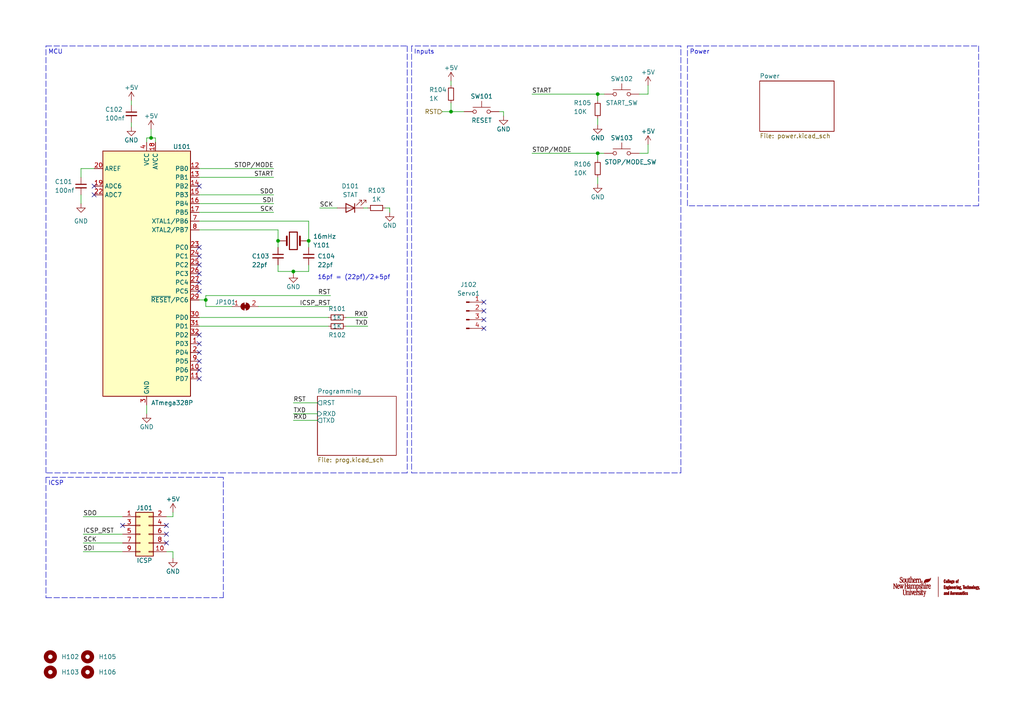
<source format=kicad_sch>
(kicad_sch (version 20211123) (generator eeschema)
  (paper "A4")
  (title_block (title "VTOL Board") (date "${ISSUE}") (rev "${REVISION}") (company "SNHU") (comment 4 "Release: ${FULL_REVISION}"))
  (lib_symbols
    (symbol "Connector:Conn_01x04_Male" (pin_names (offset 1.016) hide)
      (property "Reference" "J" (at 0 5.08 0))
      (property "Value" "Conn_01x04_Male" (at 0 -7.62 0))
      (symbol "Conn_01x04_Male_1_1"
        (pin passive line (at 5.08 2.54 180) (length 3.81) (name "Pin_1") (number "1"))
        (pin passive line (at 5.08 0 180) (length 3.81) (name "Pin_2") (number "2"))
        (pin passive line (at 5.08 -2.54 180) (length 3.81) (name "Pin_3") (number "3"))
        (pin passive line (at 5.08 -5.08 180) (length 3.81) (name "Pin_4") (number "4"))
      )
    )
    (symbol "Connector_Generic:Conn_02x05_Odd_Even" (pin_names (offset 1.016) hide)
      (property "Reference" "J" (at 1.27 7.62 0))
      (property "Value" "Conn_02x05_Odd_Even" (at 1.27 -7.62 0))
      (symbol "Conn_02x05_Odd_Even_1_1"
        (pin passive line (at -5.08 5.08 0) (length 3.81) (name "Pin_1") (number "1"))
        (pin passive line (at 7.62 -5.08 180) (length 3.81) (name "Pin_10") (number "10"))
        (pin passive line (at 7.62 5.08 180) (length 3.81) (name "Pin_2") (number "2"))
        (pin passive line (at -5.08 2.54 0) (length 3.81) (name "Pin_3") (number "3"))
        (pin passive line (at 7.62 2.54 180) (length 3.81) (name "Pin_4") (number "4"))
        (pin passive line (at -5.08 0 0) (length 3.81) (name "Pin_5") (number "5"))
        (pin passive line (at 7.62 0 180) (length 3.81) (name "Pin_6") (number "6"))
        (pin passive line (at -5.08 -2.54 0) (length 3.81) (name "Pin_7") (number "7"))
        (pin passive line (at 7.62 -2.54 180) (length 3.81) (name "Pin_8") (number "8"))
        (pin passive line (at -5.08 -5.08 0) (length 3.81) (name "Pin_9") (number "9"))
      )
    )
    (symbol "Device:C_Small" (pin_numbers hide) (pin_names (offset 0.254) hide)
      (property "Reference" "C" (at 0.254 1.778 0))
      (property "Value" "C_Small" (at 0.254 -2.032 0))
      (symbol "C_Small_1_1"
        (pin passive line (at 0 2.54 270) (length 2.032) (name "~") (number "1"))
        (pin passive line (at 0 -2.54 90) (length 2.032) (name "~") (number "2"))
      )
    )
    (symbol "Device:Crystal" (pin_numbers hide) (pin_names (offset 1.016) hide)
      (property "Reference" "Y" (at 0 3.81 0))
      (property "Value" "Crystal" (at 0 -3.81 0))
      (symbol "Crystal_1_1"
        (pin passive line (at -3.81 0 0) (length 1.27) (name "1") (number "1"))
        (pin passive line (at 3.81 0 180) (length 1.27) (name "2") (number "2"))
      )
    )
    (symbol "Device:LED" (pin_numbers hide) (pin_names (offset 1.016) hide)
      (property "Reference" "D" (at 0 2.54 0))
      (property "Value" "LED" (at 0 -2.54 0))
      (symbol "LED_1_1"
        (pin passive line (at -3.81 0 0) (length 2.54) (name "K") (number "1"))
        (pin passive line (at 3.81 0 180) (length 2.54) (name "A") (number "2"))
      )
    )
    (symbol "Device:R_Small" (pin_numbers hide) (pin_names (offset 0.254) hide)
      (property "Reference" "R" (at 0.762 0.508 0))
      (property "Value" "R_Small" (at 0.762 -1.016 0))
      (symbol "R_Small_1_1"
        (pin passive line (at 0 2.54 270) (length 0.762) (name "~") (number "1"))
        (pin passive line (at 0 -2.54 90) (length 0.762) (name "~") (number "2"))
      )
    )
    (symbol "Jumper:SolderJumper_2_Bridged" (pin_names (offset 0) hide)
      (property "Reference" "JP" (at 0 2.032 0))
      (property "Value" "SolderJumper_2_Bridged" (at 0 -2.54 0))
      (symbol "SolderJumper_2_Bridged_1_1"
        (pin passive line (at -3.81 0 0) (length 2.54) (name "A") (number "1"))
        (pin passive line (at 3.81 0 180) (length 2.54) (name "B") (number "2"))
      )
    )
    (symbol "KenwoodFox:SNHU_CETA_LOGO" (pin_names (offset 1.016)))
    (symbol "MCU_Microchip_ATmega:ATmega328P-A"
      (property "Reference" "U" (at -12.7 36.83 0))
      (property "Value" "ATmega328P-A" (at 2.54 -36.83 0))
      (symbol "ATmega328P-A_1_1"
        (pin bidirectional line (at 15.24 -20.32 180) (length 2.54) (name "PD3") (number "1"))
        (pin bidirectional line (at 15.24 -27.94 180) (length 2.54) (name "PD6") (number "10"))
        (pin bidirectional line (at 15.24 -30.48 180) (length 2.54) (name "PD7") (number "11"))
        (pin bidirectional line (at 15.24 30.48 180) (length 2.54) (name "PB0") (number "12"))
        (pin bidirectional line (at 15.24 27.94 180) (length 2.54) (name "PB1") (number "13"))
        (pin bidirectional line (at 15.24 25.4 180) (length 2.54) (name "PB2") (number "14"))
        (pin bidirectional line (at 15.24 22.86 180) (length 2.54) (name "PB3") (number "15"))
        (pin bidirectional line (at 15.24 20.32 180) (length 2.54) (name "PB4") (number "16"))
        (pin bidirectional line (at 15.24 17.78 180) (length 2.54) (name "PB5") (number "17"))
        (pin power_in line (at 2.54 38.1 270) (length 2.54) (name "AVCC") (number "18"))
        (pin input line (at -15.24 25.4 0) (length 2.54) (name "ADC6") (number "19"))
        (pin bidirectional line (at 15.24 -22.86 180) (length 2.54) (name "PD4") (number "2"))
        (pin passive line (at -15.24 30.48 0) (length 2.54) (name "AREF") (number "20"))
        (pin passive line (at 0 -38.1 90) (length 2.54) hide (name "GND") (number "21"))
        (pin input line (at -15.24 22.86 0) (length 2.54) (name "ADC7") (number "22"))
        (pin bidirectional line (at 15.24 7.62 180) (length 2.54) (name "PC0") (number "23"))
        (pin bidirectional line (at 15.24 5.08 180) (length 2.54) (name "PC1") (number "24"))
        (pin bidirectional line (at 15.24 2.54 180) (length 2.54) (name "PC2") (number "25"))
        (pin bidirectional line (at 15.24 0 180) (length 2.54) (name "PC3") (number "26"))
        (pin bidirectional line (at 15.24 -2.54 180) (length 2.54) (name "PC4") (number "27"))
        (pin bidirectional line (at 15.24 -5.08 180) (length 2.54) (name "PC5") (number "28"))
        (pin bidirectional line (at 15.24 -7.62 180) (length 2.54) (name "~{RESET}/PC6") (number "29"))
        (pin power_in line (at 0 -38.1 90) (length 2.54) (name "GND") (number "3"))
        (pin bidirectional line (at 15.24 -12.7 180) (length 2.54) (name "PD0") (number "30"))
        (pin bidirectional line (at 15.24 -15.24 180) (length 2.54) (name "PD1") (number "31"))
        (pin bidirectional line (at 15.24 -17.78 180) (length 2.54) (name "PD2") (number "32"))
        (pin power_in line (at 0 38.1 270) (length 2.54) (name "VCC") (number "4"))
        (pin passive line (at 0 -38.1 90) (length 2.54) hide (name "GND") (number "5"))
        (pin passive line (at 0 38.1 270) (length 2.54) hide (name "VCC") (number "6"))
        (pin bidirectional line (at 15.24 15.24 180) (length 2.54) (name "XTAL1/PB6") (number "7"))
        (pin bidirectional line (at 15.24 12.7 180) (length 2.54) (name "XTAL2/PB7") (number "8"))
        (pin bidirectional line (at 15.24 -25.4 180) (length 2.54) (name "PD5") (number "9"))
      )
    )
    (symbol "Mechanical:MountingHole" (pin_names (offset 1.016))
      (property "Reference" "H" (at 0 5.08 0))
      (property "Value" "MountingHole" (at 0 3.175 0))
    )
    (symbol "Switch:SW_Push" (pin_numbers hide) (pin_names (offset 1.016) hide)
      (property "Reference" "SW" (at 1.27 2.54 0))
      (property "Value" "SW_Push" (at 0 -1.524 0))
      (symbol "SW_Push_0_1"
        (pin passive line (at -5.08 0 0) (length 2.54) (name "1") (number "1"))
        (pin passive line (at 5.08 0 180) (length 2.54) (name "2") (number "2"))
      )
    )
    (symbol "power:+5V" (power) (pin_names (offset 0))
      (property "Value" "+5V" (at 0 3.556 0))
      (symbol "+5V_1_1"
        (pin power_in line (at 0 0 90) (length 0) hide (name "+5V") (number "1"))
      )
    )
    (symbol "power:GND" (power) (pin_names (offset 0))
      (property "Value" "GND" (at 0 -3.81 0))
      (symbol "GND_1_1"
        (pin power_in line (at 0 0 270) (length 0) hide (name "GND") (number "1"))
      )
    )
  )
  (junction (at 173.355 27.305))
  (junction (at 130.81 32.385))
  (junction (at 59.69 86.995))
  (junction (at 89.535 69.85))
  (junction (at 85.09 78.74))
  (junction (at 173.355 44.45))
  (junction (at 43.815 40.005))
  (junction (at 80.645 69.85))
  (no_connect (at 57.785 107.315))
  (no_connect (at 57.785 99.695))
  (no_connect (at 140.335 87.63))
  (no_connect (at 57.785 74.295))
  (no_connect (at 27.305 56.515))
  (no_connect (at 57.785 76.835))
  (no_connect (at 57.785 81.915))
  (no_connect (at 57.785 102.235))
  (no_connect (at 57.785 97.155))
  (no_connect (at 35.56 152.4))
  (no_connect (at 57.785 71.755))
  (no_connect (at 57.785 104.775))
  (no_connect (at 27.305 53.975))
  (no_connect (at 57.785 53.975))
  (no_connect (at 48.26 157.48))
  (no_connect (at 140.335 95.25))
  (no_connect (at 140.335 90.17))
  (no_connect (at 140.335 92.71))
  (no_connect (at 57.785 79.375))
  (no_connect (at 57.785 84.455))
  (no_connect (at 48.26 152.4))
  (no_connect (at 48.26 154.94))
  (no_connect (at 57.785 109.855))
  (polyline (pts (xy 199.39 59.69) (xy 199.39 13.335)))
  (wire (pts (xy 57.785 61.595) (xy 79.375 61.595)))
  (wire (pts (xy 130.81 32.385) (xy 128.27 32.385)))
  (wire (pts (xy 89.535 78.74) (xy 89.535 76.835)))
  (wire (pts (xy 105.41 60.325) (xy 106.68 60.325)))
  (wire (pts (xy 92.71 60.325) (xy 97.79 60.325)))
  (wire (pts (xy 113.03 60.325) (xy 111.76 60.325)))
  (wire (pts (xy 173.355 27.305) (xy 173.355 29.21)))
  (wire (pts (xy 80.645 66.675) (xy 80.645 69.85)))
  (wire (pts (xy 42.545 40.005) (xy 42.545 41.275)))
  (wire (pts (xy 85.09 120.015) (xy 92.075 120.015)))
  (polyline (pts (xy 13.335 173.355) (xy 64.77 173.355)))
  (wire (pts (xy 57.785 92.075) (xy 95.25 92.075)))
  (wire (pts (xy 89.535 69.85) (xy 89.535 71.755)))
  (wire (pts (xy 57.785 64.135) (xy 89.535 64.135)))
  (wire (pts (xy 24.13 157.48) (xy 35.56 157.48)))
  (wire (pts (xy 59.69 86.995) (xy 57.785 86.995)))
  (wire (pts (xy 85.09 116.84) (xy 92.075 116.84)))
  (polyline (pts (xy 199.39 13.335) (xy 283.845 13.335)))
  (wire (pts (xy 88.9 69.85) (xy 89.535 69.85)))
  (wire (pts (xy 57.785 56.515) (xy 79.375 56.515)))
  (polyline (pts (xy 13.335 137.16) (xy 13.335 13.335)))
  (wire (pts (xy 146.05 32.385) (xy 144.78 32.385)))
  (wire (pts (xy 154.305 44.45) (xy 173.355 44.45)))
  (polyline (pts (xy 64.77 173.355) (xy 64.77 138.43)))
  (wire (pts (xy 38.1 29.21) (xy 38.1 30.48)))
  (wire (pts (xy 80.645 69.85) (xy 80.645 71.755)))
  (wire (pts (xy 187.96 41.91) (xy 187.96 44.45)))
  (wire (pts (xy 187.96 24.765) (xy 187.96 27.305)))
  (wire (pts (xy 23.495 48.895) (xy 23.495 51.435)))
  (wire (pts (xy 154.305 27.305) (xy 173.355 27.305)))
  (wire (pts (xy 38.1 35.56) (xy 38.1 36.83)))
  (polyline (pts (xy 64.77 138.43) (xy 13.335 138.43)))
  (wire (pts (xy 146.05 33.655) (xy 146.05 32.385)))
  (wire (pts (xy 173.355 34.29) (xy 173.355 36.195)))
  (polyline (pts (xy 197.485 137.16) (xy 197.485 13.335)))
  (wire (pts (xy 187.96 27.305) (xy 185.42 27.305)))
  (wire (pts (xy 187.96 44.45) (xy 185.42 44.45)))
  (polyline (pts (xy 283.845 59.69) (xy 199.39 59.69)))
  (wire (pts (xy 57.785 59.055) (xy 79.375 59.055)))
  (wire (pts (xy 173.355 51.435) (xy 173.355 53.34)))
  (polyline (pts (xy 13.335 13.335) (xy 118.11 13.335)))
  (polyline (pts (xy 13.335 138.43) (xy 13.335 173.355)))
  (wire (pts (xy 45.085 41.275) (xy 45.085 40.005)))
  (wire (pts (xy 100.33 94.615) (xy 106.68 94.615)))
  (wire (pts (xy 130.81 23.495) (xy 130.81 24.765)))
  (wire (pts (xy 50.165 149.86) (xy 50.165 148.59)))
  (wire (pts (xy 95.885 85.725) (xy 59.69 85.725)))
  (wire (pts (xy 48.26 160.02) (xy 50.165 160.02)))
  (wire (pts (xy 85.09 121.92) (xy 92.075 121.92)))
  (wire (pts (xy 80.645 69.85) (xy 81.28 69.85)))
  (wire (pts (xy 173.355 44.45) (xy 175.26 44.45)))
  (wire (pts (xy 43.815 40.005) (xy 42.545 40.005)))
  (wire (pts (xy 23.495 56.515) (xy 23.495 59.055)))
  (wire (pts (xy 173.355 44.45) (xy 173.355 46.355)))
  (wire (pts (xy 130.81 32.385) (xy 130.81 29.845)))
  (wire (pts (xy 80.645 76.835) (xy 80.645 78.74)))
  (wire (pts (xy 85.09 78.74) (xy 85.09 79.375)))
  (wire (pts (xy 74.93 88.9) (xy 95.885 88.9)))
  (wire (pts (xy 173.355 27.305) (xy 175.26 27.305)))
  (wire (pts (xy 80.645 78.74) (xy 85.09 78.74)))
  (polyline (pts (xy 118.11 137.16) (xy 13.335 137.16)))
  (polyline (pts (xy 118.11 13.335) (xy 118.11 137.16)))
  (wire (pts (xy 57.785 51.435) (xy 79.375 51.435)))
  (wire (pts (xy 42.545 117.475) (xy 42.545 120.015)))
  (wire (pts (xy 59.69 86.995) (xy 59.69 88.9)))
  (polyline (pts (xy 119.38 137.16) (xy 197.485 137.16)))
  (wire (pts (xy 85.09 78.74) (xy 89.535 78.74)))
  (wire (pts (xy 45.085 40.005) (xy 43.815 40.005)))
  (wire (pts (xy 48.26 149.86) (xy 50.165 149.86)))
  (wire (pts (xy 79.375 48.895) (xy 57.785 48.895)))
  (wire (pts (xy 43.815 37.465) (xy 43.815 40.005)))
  (polyline (pts (xy 119.38 13.335) (xy 119.38 137.16)))
  (wire (pts (xy 89.535 69.85) (xy 89.535 64.135)))
  (polyline (pts (xy 197.485 13.335) (xy 119.38 13.335)))
  (polyline (pts (xy 283.845 13.335) (xy 283.845 59.69)))
  (wire (pts (xy 57.785 94.615) (xy 95.25 94.615)))
  (wire (pts (xy 113.03 61.595) (xy 113.03 60.325)))
  (wire (pts (xy 59.69 85.725) (xy 59.69 86.995)))
  (wire (pts (xy 24.13 154.94) (xy 35.56 154.94)))
  (wire (pts (xy 27.305 48.895) (xy 23.495 48.895)))
  (wire (pts (xy 134.62 32.385) (xy 130.81 32.385)))
  (wire (pts (xy 24.13 160.02) (xy 35.56 160.02)))
  (wire (pts (xy 59.69 88.9) (xy 67.31 88.9)))
  (wire (pts (xy 50.165 160.02) (xy 50.165 161.925)))
  (wire (pts (xy 57.785 66.675) (xy 80.645 66.675)))
  (wire (pts (xy 100.33 92.075) (xy 106.68 92.075)))
  (wire (pts (xy 24.13 149.86) (xy 35.56 149.86)))
  (text "Power" (at 200.025 15.875 0) (effects (font (size 1.27 1.27)) (justify left bottom)))
  (text "ICSP" (at 13.97 140.97 0) (effects (font (size 1.27 1.27)) (justify left bottom)))
  (text "Inputs" (at 120.015 15.875 0) (effects (font (size 1.27 1.27)) (justify left bottom)))
  (text "16pf = (22pf)/2+5pf" (at 92.075 81.28 0) (effects (font (size 1.27 1.27)) (justify left bottom)))
  (text "MCU" (at 13.97 15.875 0) (effects (font (size 1.27 1.27)) (justify left bottom)))
  (label "SDO" (at 24.13 149.86 0))
  (label "SDO" (at 79.375 56.515 180))
  (label "START" (at 154.305 27.305 0))
  (label "ICSP_RST" (at 95.885 88.9 180))
  (label "SCK" (at 79.375 61.595 180))
  (label "TXD" (at 106.68 94.615 180))
  (label "ICSP_RST" (at 24.13 154.94 0))
  (label "STOP{slash}MODE" (at 79.375 48.895 180))
  (label "STOP{slash}MODE" (at 154.305 44.45 0))
  (label "START" (at 79.375 51.435 180))
  (label "SCK" (at 24.13 157.48 0))
  (label "SCK" (at 92.71 60.325 0))
  (label "RST" (at 95.885 85.725 180))
  (label "RXD" (at 85.09 121.92 0))
  (label "SDI" (at 24.13 160.02 0))
  (label "SDI" (at 79.375 59.055 180))
  (label "TXD" (at 85.09 120.015 0))
  (label "RST" (at 85.09 116.84 0))
  (label "RXD" (at 106.68 92.075 180))
  (hierarchical_label "RST" (shape input) (at 128.27 32.385 180))
  (symbol (lib_id "power:GND") (at 173.355 36.195 0) (unit 1)
    (property "Reference" "#PWR0132" (effects hide))
    (property "Value" "GND" (at 173.355 40.005 0))
  )
  (symbol (lib_id "power:+5V") (at 38.1 29.21 0) (unit 1)
    (property "Reference" "#PWR0137" (effects hide))
    (property "Value" "+5V" (at 38.1 25.4 0))
  )
  (symbol (lib_id "Device:C_Small") (at 38.1 33.02 0) (unit 1)
    (property "Reference" "C102" (at 30.48 31.75 0) (effects (justify left)))
    (property "Value" "100nf" (at 30.48 34.29 0) (effects (justify left)))
    (property "Footprint" "Capacitor_SMD:C_0805_2012Metric" (effects hide))
  )
  (symbol (lib_id "KenwoodFox:SNHU_CETA_LOGO") (at 271.78 170.18 0) (unit 1)
    (property "Reference" "#SNHU_CETA_LOGO101" (effects hide))
    (property "Value" "SNHU_CETA_LOGO" (effects hide))
  )
  (symbol (lib_id "power:+5V") (at 187.96 41.91 0) (unit 1)
    (property "Reference" "#PWR0131" (effects hide))
    (property "Value" "+5V" (at 187.96 38.1 0))
  )
  (symbol (lib_id "Device:C_Small") (at 23.495 53.975 0) (unit 1)
    (property "Reference" "C101" (at 15.875 52.705 0) (effects (justify left)))
    (property "Value" "100nf" (at 15.875 55.245 0) (effects (justify left)))
    (property "Footprint" "Capacitor_SMD:C_0805_2012Metric" (effects hide))
  )
  (symbol (lib_id "Device:R_Small") (at 97.79 92.075 90) (unit 1)
    (property "Reference" "R101" (at 97.79 89.535 90))
    (property "Value" "1K" (at 97.79 92.075 90))
    (property "Footprint" "Resistor_SMD:R_0805_2012Metric" (effects hide))
  )
  (symbol (lib_id "Jumper:SolderJumper_2_Bridged") (at 71.12 88.9 0) (unit 1)
    (property "Reference" "JP101" (at 65.405 87.63 0))
    (property "Value" "RSTBridge" (effects hide))
    (property "Footprint" "Jumper:SolderJumper-2_P1.3mm_Bridged_Pad1.0x1.5mm" (effects hide))
  )
  (symbol (lib_id "power:+5V") (at 187.96 24.765 0) (unit 1)
    (property "Reference" "#PWR0104" (effects hide))
    (property "Value" "+5V" (at 187.96 20.955 0))
  )
  (symbol (lib_id "Mechanical:MountingHole") (at 25.4 190.5 0) (unit 1)
    (property "Reference" "H105" (at 28.575 190.4999 0) (effects (justify left)))
    (property "Value" "PiMountingHole" (effects hide))
    (property "Footprint" "MountingHole:MountingHole_2.7mm" (effects hide))
  )
  (symbol (lib_id "Device:R_Small") (at 109.22 60.325 270) (unit 1)
    (property "Reference" "R103" (at 109.22 55.245 90))
    (property "Value" "1K" (at 109.22 57.785 90))
    (property "Footprint" "Resistor_SMD:R_0805_2012Metric" (effects hide))
  )
  (symbol (lib_id "Device:C_Small") (at 80.645 74.295 0) (unit 1)
    (property "Reference" "C103" (at 73.025 74.295 0) (effects (justify left)))
    (property "Value" "22pf" (at 73.025 76.835 0) (effects (justify left)))
    (property "Footprint" "Capacitor_SMD:C_0805_2012Metric" (effects hide))
  )
  (symbol (lib_id "Mechanical:MountingHole") (at 25.4 194.945 0) (unit 1)
    (property "Reference" "H106" (at 28.575 194.9449 0) (effects (justify left)))
    (property "Value" "PiMountingHole" (effects hide))
    (property "Footprint" "MountingHole:MountingHole_2.7mm" (effects hide))
  )
  (symbol (lib_id "Switch:SW_Push") (at 180.34 44.45 0) (unit 1)
    (property "Reference" "SW103" (at 180.34 40.005 0))
    (property "Value" "STOP/MODE_SW" (at 182.88 46.99 0))
    (property "Footprint" "Button_Switch_THT:SW_PUSH_6mm_H5mm" (effects hide))
  )
  (symbol (lib_id "Device:R_Small") (at 173.355 31.75 0) (unit 1)
    (property "Reference" "R105" (at 166.37 29.845 0) (effects (justify left)))
    (property "Value" "10K" (at 166.37 32.385 0) (effects (justify left)))
    (property "Footprint" "Resistor_SMD:R_0805_2012Metric" (effects hide))
  )
  (symbol (lib_id "Device:R_Small") (at 173.355 48.895 0) (unit 1)
    (property "Reference" "R106" (at 166.37 47.625 0) (effects (justify left)))
    (property "Value" "10K" (at 166.37 50.165 0) (effects (justify left)))
    (property "Footprint" "Resistor_SMD:R_0805_2012Metric" (effects hide))
  )
  (symbol (lib_id "power:GND") (at 173.355 53.34 0) (unit 1)
    (property "Reference" "#PWR0106" (effects hide))
    (property "Value" "GND" (at 173.355 57.15 0))
  )
  (symbol (lib_id "Device:C_Small") (at 89.535 74.295 0) (unit 1)
    (property "Reference" "C104" (at 92.075 74.295 0) (effects (justify left)))
    (property "Value" "22pf" (at 92.075 76.835 0) (effects (justify left)))
    (property "Footprint" "Capacitor_SMD:C_0805_2012Metric" (effects hide))
  )
  (symbol (lib_id "power:+5V") (at 43.815 37.465 0) (unit 1)
    (property "Reference" "#PWR0135" (effects hide))
    (property "Value" "+5V" (at 43.815 33.655 0))
  )
  (symbol (lib_id "Mechanical:MountingHole") (at 14.605 194.945 0) (unit 1)
    (property "Reference" "H103" (at 17.78 194.9449 0) (effects (justify left)))
    (property "Value" "PiMountingHole" (effects hide))
    (property "Footprint" "MountingHole:MountingHole_2.7mm" (effects hide))
  )
  (symbol (lib_id "Mechanical:MountingHole") (at 14.605 190.5 0) (unit 1)
    (property "Reference" "H102" (at 17.78 190.4999 0) (effects (justify left)))
    (property "Value" "PiMountingHole" (effects hide))
    (property "Footprint" "MountingHole:MountingHole_2.7mm" (effects hide))
  )
  (symbol (lib_id "power:GND") (at 23.495 59.055 0) (unit 1)
    (property "Reference" "#PWR0136" (effects hide))
    (property "Value" "GND" (at 23.495 64.135 0))
  )
  (symbol (lib_id "power:GND") (at 146.05 33.655 0) (unit 1)
    (property "Reference" "#PWR0105" (effects hide))
    (property "Value" "GND" (at 146.05 37.465 0))
  )
  (symbol (lib_id "power:GND") (at 113.03 61.595 0) (unit 1)
    (property "Reference" "#PWR0138" (effects hide))
    (property "Value" "GND" (at 113.03 65.405 0))
  )
  (symbol (lib_id "power:GND") (at 42.545 120.015 0) (unit 1)
    (property "Reference" "#PWR0133" (effects hide))
    (property "Value" "GND" (at 42.545 123.825 0))
  )
  (symbol (lib_id "Connector:Conn_01x04_Male") (at 135.255 90.17 0) (unit 1)
    (property "Reference" "J102" (at 135.89 82.55 0))
    (property "Value" "Servo1" (at 135.89 85.09 0))
    (property "Footprint" "Connector_Hirose:Hirose_DF13-04P-1.25DS_1x04_P1.25mm_Horizontal" (effects hide))
  )
  (symbol (lib_id "Device:R_Small") (at 130.81 27.305 0) (unit 1)
    (property "Reference" "R104" (at 124.46 26.035 0) (effects (justify left)))
    (property "Value" "1K" (at 124.46 28.575 0) (effects (justify left)))
    (property "Footprint" "Resistor_SMD:R_0805_2012Metric" (effects hide))
  )
  (symbol (lib_id "Device:LED") (at 101.6 60.325 180) (unit 1)
    (property "Reference" "D101" (at 101.6 53.975 0))
    (property "Value" "STAT" (at 101.6 56.515 0))
    (property "Footprint" "LED_SMD:LED_0805_2012Metric" (effects hide))
  )
  (symbol (lib_id "Switch:SW_Push") (at 180.34 27.305 0) (unit 1)
    (property "Reference" "SW102" (at 180.34 22.86 0))
    (property "Value" "START_SW" (at 180.34 29.845 0))
    (property "Footprint" "Button_Switch_THT:SW_PUSH_6mm_H5mm" (effects hide))
  )
  (symbol (lib_id "power:+5V") (at 130.81 23.495 0) (unit 1)
    (property "Reference" "#PWR0103" (effects hide))
    (property "Value" "+5V" (at 130.81 19.685 0))
  )
  (symbol (lib_id "Switch:SW_Push") (at 139.7 32.385 0) (unit 1)
    (property "Reference" "SW101" (at 139.7 27.94 0))
    (property "Value" "RESET" (at 139.7 34.925 0))
    (property "Footprint" "Button_Switch_THT:SW_PUSH_6mm_H5mm" (effects hide))
  )
  (symbol (lib_id "Connector_Generic:Conn_02x05_Odd_Even") (at 40.64 154.94 0) (unit 1)
    (property "Reference" "J101" (at 41.91 147.32 0))
    (property "Value" "ICSP" (at 41.91 162.56 0))
    (property "Footprint" "Connector:Tag-Connect_TC2050-IDC-FP_2x05_P1.27mm_Vertical" (effects hide))
  )
  (symbol (lib_id "MCU_Microchip_ATmega:ATmega328P-A") (at 42.545 79.375 0) (unit 1)
    (property "Reference" "U101" (at 50.165 42.545 0) (effects (justify left)))
    (property "Value" "ATmega328P" (at 43.815 116.84 0) (effects (justify left)))
    (property "Footprint" "Package_QFP:TQFP-32_7x7mm_P0.8mm" (effects hide))
    (property "Datasheet" "http://ww1.microchip.com/downloads/en/DeviceDoc/ATmega328_P%20AVR%20MCU%20with%20picoPower%20Technology%20Data%20Sheet%2040001984A.pdf" (effects hide))
  )
  (symbol (lib_id "power:GND") (at 50.165 161.925 0) (unit 1)
    (property "Reference" "#PWR0101" (effects hide))
    (property "Value" "GND" (at 50.165 165.735 0))
  )
  (symbol (lib_id "power:GND") (at 85.09 79.375 0) (unit 1)
    (property "Reference" "#PWR0139" (effects hide))
    (property "Value" "GND" (at 85.09 83.185 0))
  )
  (symbol (lib_id "Device:R_Small") (at 97.79 94.615 90) (unit 1)
    (property "Reference" "R102" (at 97.79 97.155 90))
    (property "Value" "1K" (at 97.79 94.615 90))
    (property "Footprint" "Resistor_SMD:R_0805_2012Metric" (effects hide))
  )
  (symbol (lib_id "power:GND") (at 38.1 36.83 0) (unit 1)
    (property "Reference" "#PWR0134" (effects hide))
    (property "Value" "GND" (at 38.1 40.64 0))
  )
  (symbol (lib_id "Device:Crystal") (at 85.09 69.85 180) (unit 1)
    (property "Reference" "Y101" (at 90.805 71.12 0) (effects (justify right)))
    (property "Value" "16mHz" (at 90.805 68.58 0) (effects (justify right)))
    (property "Footprint" "Crystal:Crystal_SMD_HC49-SD" (effects hide))
  )
  (symbol (lib_id "power:+5V") (at 50.165 148.59 0) (unit 1)
    (property "Reference" "#PWR0102" (effects hide))
    (property "Value" "+5V" (at 50.165 144.78 0))
  )
  (sheet (at 92.075 114.935) (size 22.86 17.145) (stroke (width 0.1524))
    (property "Sheet name" "Programming" (at 92.075 114.2234 0) (effects (justify left bottom)))
    (property "Sheet file" "prog.kicad_sch" (at 92.075 132.6646 0) (effects (justify left top)))
    (pin "RST" output (at 92.075 116.84 180))
    (pin "RXD" input (at 92.075 120.015 180))
    (pin "TXD" output (at 92.075 121.92 180))
  )
  (sheet (at 220.345 23.495) (size 21.59 14.605) (stroke (width 0.1524))
    (property "Sheet name" "Power" (at 220.345 22.7834 0) (effects (justify left bottom)))
    (property "Sheet file" "power.kicad_sch" (at 220.345 38.6846 0) (effects (justify left top)))
  )
)
</source>
